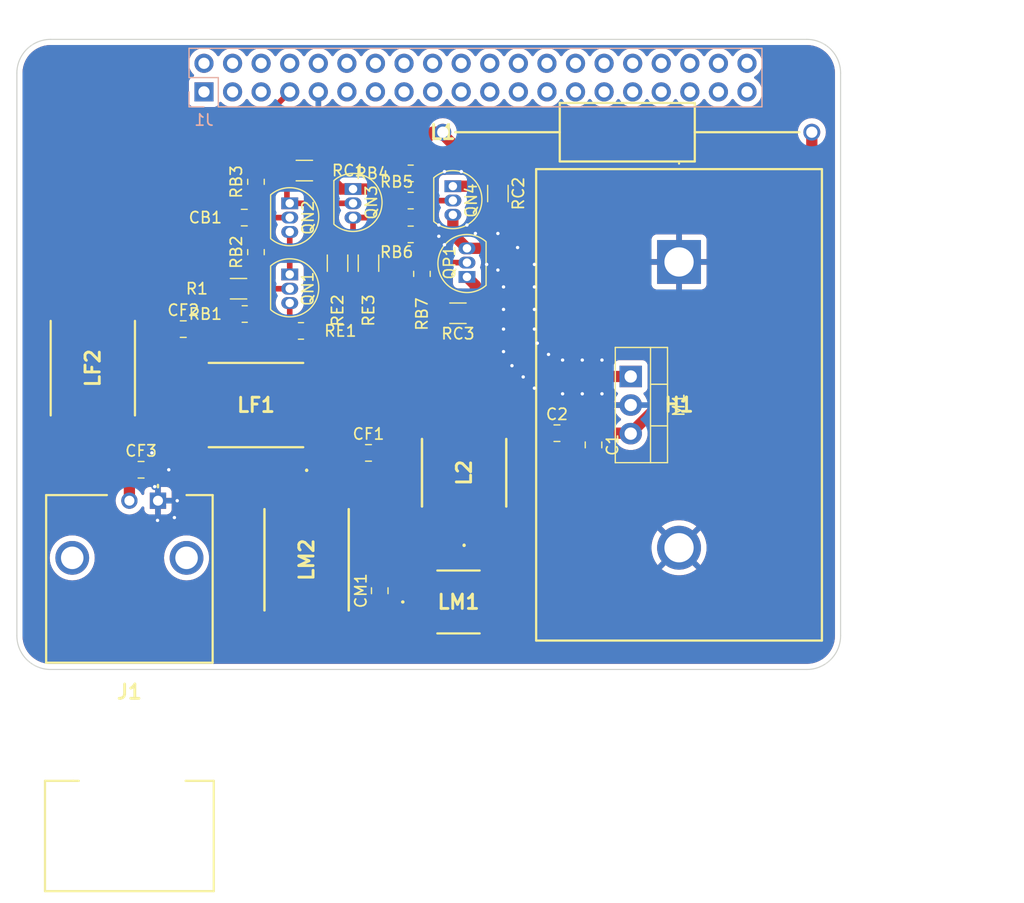
<source format=kicad_pcb>
(kicad_pcb (version 20240108) (generator "pcbnew") (generator_version "8.0")
  (layers (0 "F.Cu" signal) (31 "B.Cu" signal) (34 "B.Paste" user) (35 "F.Paste" user) (36 "B.SilkS" user "B.Silkscreen") (37 "F.SilkS" user "F.Silkscreen") (38 "B.Mask" user) (39 "F.Mask" user) (44 "Edge.Cuts" user))
  (net 0 "")
  (net 1 "0")
  (net 2 "Net-(M1-D)")
  (net 3 "Net-(C2-Pad1)")
  (net 4 "Net-(QN2-B)")
  (net 5 "Net-(CF1-Pad1)")
  (net 6 "Net-(CF2-Pad1)")
  (net 7 "/RF_OUT")
  (net 8 "Net-(CM1-Pad1)")
  (net 9 "/VCC")
  (net 10 "Net-(L2-Pad1)")
  (net 11 "Net-(M1-G)")
  (net 12 "Net-(QN1-B)")
  (net 13 "Net-(QN1-C)")
  (net 14 "Net-(QN1-E)")
  (net 15 "Net-(QN2-C)")
  (net 16 "Net-(QN3-E)")
  (net 17 "Net-(QN4-B)")
  (net 18 "Net-(QN4-C)")
  (net 19 "Net-(QP1-B)")
  (net 20 "Net-(QP1-C)")
  (net 21 "/RF_IN")
  (footprint "Resistor_SMD:R_1206_3216Metric_Pad1.30x1.75mm_HandSolder" (layer "F.Cu") (at 83.45 84.16 180)
    (property "Reference" "R1" (at 3.7 0 180) (layer "F.SilkS"))
    (property "Value" "330")
    (fp_line (start -0.727064 0.91) (end 0.727064 0.91) (stroke (width 0.12)) (layer "F.SilkS"))
    (fp_line (start -0.727064 -0.91) (end 0.727064 -0.91) (stroke (width 0.12)) (layer "F.SilkS"))
    (pad "1" smd roundrect (at -1.55 0 180) (size 1.3 1.75) (layers "F.Cu" "F.Paste" "F.Mask") (roundrect_rratio 0.192308) (net 12 "Net-(QN1-B)"))
    (pad "2" smd roundrect (at 1.55 0 180) (size 1.3 1.75) (layers "F.Cu" "F.Paste" "F.Mask") (roundrect_rratio 0.192308) (net 21 "/RF_IN"))
  )
  (footprint "Capacitor_SMD:C_0805_2012Metric_Pad1.18x1.45mm_HandSolder" (layer "F.Cu") (at 74.7875 100.25)
    (property "Reference" "CF3" (at 0 -1.68 360) (layer "F.SilkS"))
    (property "Value" "120p")
    (fp_line (start -0.261252 -0.735) (end 0.261252 -0.735) (stroke (width 0.12)) (layer "F.SilkS"))
    (fp_line (start -0.261252 0.735) (end 0.261252 0.735) (stroke (width 0.12)) (layer "F.SilkS"))
    (pad "1" smd roundrect (at -1.0375 0) (size 1.175 1.45) (layers "F.Cu" "F.Paste" "F.Mask") (roundrect_rratio 0.212766) (net 7 "/RF_OUT"))
    (pad "2" smd roundrect (at 1.0375 0) (size 1.175 1.45) (layers "F.Cu" "F.Paste" "F.Mask") (roundrect_rratio 0.212766) (net 1 "0"))
  )
  (footprint "Capacitor_SMD:C_0805_2012Metric_Pad1.18x1.45mm_HandSolder" (layer "F.Cu") (at 83.9625 77.84 180)
    (property "Reference" "CB1" (at 3.4625 0 0) (layer "F.SilkS"))
    (property "Value" "0.022µ")
    (fp_line (start -0.261252 0.735) (end 0.261252 0.735) (stroke (width 0.12)) (layer "F.SilkS"))
    (fp_line (start -0.261252 -0.735) (end 0.261252 -0.735) (stroke (width 0.12)) (layer "F.SilkS"))
    (pad "1" smd roundrect (at -1.0375 0 180) (size 1.175 1.45) (layers "F.Cu" "F.Paste" "F.Mask") (roundrect_rratio 0.212766) (net 4 "Net-(QN2-B)"))
    (pad "2" smd roundrect (at 1.0375 0 180) (size 1.175 1.45) (layers "F.Cu" "F.Paste" "F.Mask") (roundrect_rratio 0.212766) (net 1 "0"))
  )
  (footprint "Resistor_SMD:R_0805_2012Metric_Pad1.20x1.40mm_HandSolder" (layer "F.Cu") (at 85 80.91 -90)
    (property "Reference" "RB2" (at 0 1.75 -90) (layer "F.SilkS"))
    (property "Value" "3.3k")
    (fp_line (start -0.227064 0.735) (end 0.227064 0.735) (stroke (width 0.12)) (layer "F.SilkS"))
    (fp_line (start -0.227064 -0.735) (end 0.227064 -0.735) (stroke (width 0.12)) (layer "F.SilkS"))
    (pad "1" smd roundrect (at -1 0 270) (size 1.2 1.4) (layers "F.Cu" "F.Paste" "F.Mask") (roundrect_rratio 0.208333) (net 4 "Net-(QN2-B)"))
    (pad "2" smd roundrect (at 1 0 270) (size 1.2 1.4) (layers "F.Cu" "F.Paste" "F.Mask") (roundrect_rratio 0.208333) (net 1 "0"))
  )
  (footprint "Resistor_SMD:R_0805_2012Metric_Pad1.20x1.40mm_HandSolder" (layer "F.Cu") (at 89 87.91)
    (property "Reference" "RE1" (at 3.5 0 0) (layer "F.SilkS"))
    (property "Value" "33")
    (fp_line (start -0.227064 -0.735) (end 0.227064 -0.735) (stroke (width 0.12)) (layer "F.SilkS"))
    (fp_line (start -0.227064 0.735) (end 0.227064 0.735) (stroke (width 0.12)) (layer "F.SilkS"))
    (pad "1" smd roundrect (at -1 0) (size 1.2 1.4) (layers "F.Cu" "F.Paste" "F.Mask") (roundrect_rratio 0.208333) (net 14 "Net-(QN1-E)"))
    (pad "2" smd roundrect (at 1 0) (size 1.2 1.4) (layers "F.Cu" "F.Paste" "F.Mask") (roundrect_rratio 0.208333) (net 1 "0"))
  )
  (footprint "Package_TO_SOT_THT:TO-92L_Inline" (layer "F.Cu") (at 88 76.57 -90)
    (property "Reference" "QN2" (at 1.27 -1.625 90) (layer "F.SilkS"))
    (property "Value" "2N3904")
    (fp_line (start -0.75 1.7) (end 3.1 1.7) (stroke (width 0.12)) (layer "F.SilkS"))
    (fp_arc (start -0.75 1.7) (mid 1.183448 -2.579449) (end 3.138611 1.690122) (stroke (width 0.12)) (layer "F.SilkS"))
    (pad "1" thru_hole rect (at 0 0 270) (size 1.05 1.5) (drill 0.75) (layers "*.Cu" "*.Mask") (net 15 "Net-(QN2-C)"))
    (pad "2" thru_hole oval (at 1.27 0 270) (size 1.05 1.5) (drill 0.75) (layers "*.Cu" "*.Mask") (net 4 "Net-(QN2-B)"))
    (pad "3" thru_hole oval (at 2.54 0 270) (size 1.05 1.5) (drill 0.75) (layers "*.Cu" "*.Mask") (net 13 "Net-(QN1-C)"))
  )
  (footprint "Resistor_SMD:R_1206_3216Metric_Pad1.30x1.75mm_HandSolder" (layer "F.Cu") (at 106.5 75.7 -90)
    (property "Reference" "RC2" (at 0 -1.82 90) (layer "F.SilkS"))
    (property "Value" "50")
    (fp_line (start -0.727064 0.91) (end 0.727064 0.91) (stroke (width 0.12)) (layer "F.SilkS"))
    (fp_line (start -0.727064 -0.91) (end 0.727064 -0.91) (stroke (width 0.12)) (layer "F.SilkS"))
    (pad "1" smd roundrect (at -1.55 0 270) (size 1.3 1.75) (layers "F.Cu" "F.Paste" "F.Mask") (roundrect_rratio 0.192308) (net 9 "/VCC"))
    (pad "2" smd roundrect (at 1.55 0 270) (size 1.3 1.75) (layers "F.Cu" "F.Paste" "F.Mask") (roundrect_rratio 0.192308) (net 18 "Net-(QN4-C)"))
  )
  (footprint "Package_TO_SOT_THT:TO-220-3_Vertical" (layer "F.Cu") (at 118.305 91.96 -90)
    (property "Reference" "M1" (at 2.54 -4.27 90) (layer "F.SilkS"))
    (property "Value" "RD16HHF1")
    (fp_line (start -2.58 1.371) (end 7.66 1.371) (stroke (width 0.12)) (layer "F.SilkS"))
    (fp_line (start -2.58 -1.76) (end 7.66 -1.76) (stroke (width 0.12)) (layer "F.SilkS"))
    (fp_line (start -2.58 -3.27) (end -2.58 1.371) (stroke (width 0.12)) (layer "F.SilkS"))
    (fp_line (start -2.58 -3.27) (end 7.66 -3.27) (stroke (width 0.12)) (layer "F.SilkS"))
    (fp_line (start 0.69 -3.27) (end 0.69 -1.76) (stroke (width 0.12)) (layer "F.SilkS"))
    (fp_line (start 4.391 -3.27) (end 4.391 -1.76) (stroke (width 0.12)) (layer "F.SilkS"))
    (fp_line (start 7.66 -3.27) (end 7.66 1.371) (stroke (width 0.12)) (layer "F.SilkS"))
    (pad "1" thru_hole rect (at 0 0 270) (size 1.905 2) (drill 1.1) (layers "*.Cu" "*.Mask") (net 11 "Net-(M1-G)"))
    (pad "2" thru_hole oval (at 2.54 0 270) (size 1.905 2) (drill 1.1) (layers "*.Cu" "*.Mask") (net 1 "0"))
    (pad "3" thru_hole oval (at 5.08 0 270) (size 1.905 2) (drill 1.1) (layers "*.Cu" "*.Mask") (net 2 "Net-(M1-D)"))
  )
  (footprint "Resistor_SMD:R_0805_2012Metric_Pad1.20x1.40mm_HandSolder" (layer "F.Cu") (at 98.75 73.91)
    (property "Reference" "RB4" (at -3.43 0 0) (layer "F.SilkS"))
    (property "Value" "4.7k")
    (fp_line (start -0.227064 -0.735) (end 0.227064 -0.735) (stroke (width 0.12)) (layer "F.SilkS"))
    (fp_line (start -0.227064 0.735) (end 0.227064 0.735) (stroke (width 0.12)) (layer "F.SilkS"))
    (pad "1" smd roundrect (at -1 0) (size 1.2 1.4) (layers "F.Cu" "F.Paste" "F.Mask") (roundrect_rratio 0.208333) (net 9 "/VCC"))
    (pad "2" smd roundrect (at 1 0) (size 1.2 1.4) (layers "F.Cu" "F.Paste" "F.Mask") (roundrect_rratio 0.208333) (net 17 "Net-(QN4-B)"))
  )
  (footprint "2222SQ:2222SQ181JEC" (layer "F.Cu") (at 103 112)
    (property "Reference" "LM1" (at 0 0 360) (layer "F.SilkS") (effects (font (size 1.27 1.27) (thickness 0.254))))
    (property "Value" "180n" (hide yes))
    (fp_line (start -5 0) (end -5 0) (stroke (width 0.2)) (layer "F.SilkS"))
    (fp_line (start -4.9 0) (end -4.9 0) (stroke (width 0.2)) (layer "F.SilkS"))
    (fp_line (start -1.88 -2.795) (end 1.88 -2.795) (stroke (width 0.2)) (layer "F.SilkS"))
    (fp_line (start -1.88 2.795) (end 1.88 2.795) (stroke (width 0.2)) (layer "F.SilkS"))
    (fp_arc (start -5 0) (mid -4.95 -0.05) (end -4.9 0) (stroke (width 0.2)) (layer "F.SilkS"))
    (fp_arc (start -4.9 0) (mid -4.95 0.05) (end -5 0) (stroke (width 0.2)) (layer "F.SilkS"))
    (pad "1" smd rect (at -3.68 0) (size 2.16 6.73) (layers "F.Cu" "F.Paste" "F.Mask") (net 8 "Net-(CM1-Pad1)"))
    (pad "2" smd rect (at 3.68 0) (size 2.16 6.73) (layers "F.Cu" "F.Paste" "F.Mask") (net 10 "Net-(L2-Pad1)"))
  )
  (footprint "BNC:CONBNC002" (layer "F.Cu") (at 76.29 103 180)
    (property "Reference" "J1" (at 2.54 -16.989 360) (layer "F.SilkS") (effects (font (size 1.27 1.27) (thickness 0.254))))
    (property "Value" "Conn_Coaxial_Small" (hide yes))
    (fp_line (start 10.04 -24.9) (end 7.54 -24.9) (stroke (width 0.2)) (layer "F.SilkS"))
    (fp_line (start 10.04 -34.7) (end 10.04 -24.9) (stroke (width 0.2)) (layer "F.SilkS"))
    (fp_line (start 9.94 0.5) (end 4.54 0.5) (stroke (width 0.2)) (layer "F.SilkS"))
    (fp_line (start 9.94 -14.4) (end 9.94 0.5) (stroke (width 0.2)) (layer "F.SilkS"))
    (fp_line (start 7.54 -24.9) (end 7.04 -24.9) (stroke (width 0.2)) (layer "F.SilkS"))
    (fp_line (start 0 1.4) (end 0 1.2) (stroke (width 0.2)) (layer "F.SilkS"))
    (fp_line (start 0 1.2) (end 0 1.4) (stroke (width 0.2)) (layer "F.SilkS"))
    (fp_line (start -2.46 -24.9) (end -4.96 -24.9) (stroke (width 0.2)) (layer "F.SilkS"))
    (fp_line (start -4.86 0.5) (end -2.54 0.5) (stroke (width 0.2)) (layer "F.SilkS"))
    (fp_line (start -4.86 0.5) (end -4.86 -14.4) (stroke (width 0.2)) (layer "F.SilkS"))
    (fp_line (start -4.86 -14.4) (end 9.94 -14.4) (stroke (width 0.2)) (layer "F.SilkS"))
    (fp_line (start -4.96 -24.9) (end -4.96 -34.7) (stroke (width 0.2)) (layer "F.SilkS"))
    (fp_line (start -4.96 -34.7) (end 10.04 -34.7) (stroke (width 0.2)) (layer "F.SilkS"))
    (pad "1" thru_hole rect (at 0 0 180) (size 1.446 1.446) (drill 0.89) (layers "*.Cu" "*.Mask") (net 1 "0"))
    (pad "2" thru_hole circle (at 2.54 0 180) (size 1.446 1.446) (drill 0.89) (layers "*.Cu" "*.Mask") (net 7 "/RF_OUT"))
    (pad "MH1" thru_hole circle (at -2.54 -5.08 180) (size 3 3) (drill 2) (layers "*.Cu" "*.Mask"))
    (pad "MH2" thru_hole circle (at 7.62 -5.08 180) (size 3 3) (drill 2) (layers "*.Cu" "*.Mask"))
  )
  (footprint "Capacitor_SMD:C_0805_2012Metric_Pad1.18x1.45mm_HandSolder" (layer "F.Cu") (at 115 98.0375 -90)
    (property "Reference" "C1" (at 0 -1.68 90) (layer "F.SilkS"))
    (property "Value" "220p")
    (fp_line (start -0.261252 0.735) (end 0.261252 0.735) (stroke (width 0.12)) (layer "F.SilkS"))
    (fp_line (start -0.261252 -0.735) (end 0.261252 -0.735) (stroke (width 0.12)) (layer "F.SilkS"))
    (pad "1" smd roundrect (at -1.0375 0 270) (size 1.175 1.45) (layers "F.Cu" "F.Paste" "F.Mask") (roundrect_rratio 0.212766) (net 2 "Net-(M1-D)"))
    (pad "2" smd roundrect (at 1.0375 0 270) (size 1.175 1.45) (layers "F.Cu" "F.Paste" "F.Mask") (roundrect_rratio 0.212766) (net 1 "0"))
  )
  (footprint "Resistor_SMD:R_0805_2012Metric_Pad1.20x1.40mm_HandSolder" (layer "F.Cu") (at 85 74.66 -90)
    (property "Reference" "RB3" (at 0 1.75 -90) (layer "F.SilkS"))
    (property "Value" "10k")
    (fp_line (start -0.227064 0.735) (end 0.227064 0.735) (stroke (width 0.12)) (layer "F.SilkS"))
    (fp_line (start -0.227064 -0.735) (end 0.227064 -0.735) (stroke (width 0.12)) (layer "F.SilkS"))
    (pad "1" smd roundrect (at -1 0 270) (size 1.2 1.4) (layers "F.Cu" "F.Paste" "F.Mask") (roundrect_rratio 0.208333) (net 9 "/VCC"))
    (pad "2" smd roundrect (at 1 0 270) (size 1.2 1.4) (layers "F.Cu" "F.Paste" "F.Mask") (roundrect_rratio 0.208333) (net 4 "Net-(QN2-B)"))
  )
  (footprint "Resistor_SMD:R_0805_2012Metric_Pad1.20x1.40mm_HandSolder" (layer "F.Cu") (at 98.75 79.33)
    (property "Reference" "RB6" (at -1.25 1.58 180) (layer "F.SilkS"))
    (property "Value" "100")
    (fp_line (start -0.227064 -0.735) (end 0.227064 -0.735) (stroke (width 0.12)) (layer "F.SilkS"))
    (fp_line (start -0.227064 0.735) (end 0.227064 0.735) (stroke (width 0.12)) (layer "F.SilkS"))
    (pad "1" smd roundrect (at -1 0) (size 1.2 1.4) (layers "F.Cu" "F.Paste" "F.Mask") (roundrect_rratio 0.208333) (net 16 "Net-(QN3-E)"))
    (pad "2" smd roundrect (at 1 0) (size 1.2 1.4) (layers "F.Cu" "F.Paste" "F.Mask") (roundrect_rratio 0.208333) (net 19 "Net-(QP1-B)"))
  )
  (footprint "2929SQ-391GEC:2929SQ391GEC" (layer "F.Cu") (at 85 94.5)
    (property "Reference" "LF1" (at 0 0 360) (layer "F.SilkS") (effects (font (size 1.27 1.27) (thickness 0.254))))
    (property "Value" "390n" (hide yes))
    (fp_line (start -4.2 -3.745) (end 4.2 -3.745) (stroke (width 0.2)) (layer "F.SilkS"))
    (fp_line (start 4.2 3.745) (end -4.2 3.745) (stroke (width 0.2)) (layer "F.SilkS"))
    (pad "1" smd rect (at -5.78 0) (size 2.29 8.26) (layers "F.Cu" "F.Paste" "F.Mask") (net 6 "Net-(CF2-Pad1)"))
    (pad "2" smd rect (at 5.78 0) (size 2.29 8.26) (layers "F.Cu" "F.Paste" "F.Mask") (net 5 "Net-(CF1-Pad1)"))
  )
  (footprint "B82144A2103K:INDAD3280W80L1200D520" (layer "F.Cu") (at 101.6 70.25)
    (property "Reference" "L1" (at 0 0 0) (layer "F.SilkS") (effects (font (size 1.27 1.27) (thickness 0.254))))
    (property "Value" "10µ" (hide yes))
    (fp_line (start 1.1 0) (end 10.4 0) (stroke (width 0.2)) (layer "F.SilkS"))
    (fp_line (start 10.4 -2.6) (end 22.4 -2.6) (stroke (width 0.2)) (layer "F.SilkS"))
    (fp_line (start 10.4 2.6) (end 10.4 -2.6) (stroke (width 0.2)) (layer "F.SilkS"))
    (fp_line (start 22.4 -2.6) (end 22.4 2.6) (stroke (width 0.2)) (layer "F.SilkS"))
    (fp_line (start 22.4 0) (end 31.7 0) (stroke (width 0.2)) (layer "F.SilkS"))
    (fp_line (start 22.4 2.6) (end 10.4 2.6) (stroke (width 0.2)) (layer "F.SilkS"))
    (pad "1" thru_hole circle (at 0 0) (size 1.5 1.5) (drill 1) (layers "*.Cu" "*.Mask") (net 9 "/VCC"))
    (pad "2" thru_hole circle (at 32.8 0) (size 1.5 1.5) (drill 1) (layers "*.Cu" "*.Mask") (net 2 "Net-(M1-D)"))
  )
  (footprint "Capacitor_SMD:C_0805_2012Metric_Pad1.18x1.45mm_HandSolder" (layer "F.Cu") (at 111.75 97)
    (property "Reference" "C2" (at 0 -1.68 0) (layer "F.SilkS"))
    (property "Value" "110p")
    (fp_line (start -0.261252 -0.735) (end 0.261252 -0.735) (stroke (width 0.12)) (layer "F.SilkS"))
    (fp_line (start -0.261252 0.735) (end 0.261252 0.735) (stroke (width 0.12)) (layer "F.SilkS"))
    (pad "1" smd roundrect (at -1.0375 0) (size 1.175 1.45) (layers "F.Cu" "F.Paste" "F.Mask") (roundrect_rratio 0.212766) (net 3 "Net-(C2-Pad1)"))
    (pad "2" smd roundrect (at 1.0375 0) (size 1.175 1.45) (layers "F.Cu" "F.Paste" "F.Mask") (roundrect_rratio 0.212766) (net 2 "Net-(M1-D)"))
  )
  (footprint "Resistor_SMD:R_1206_3216Metric_Pad1.30x1.75mm_HandSolder" (layer "F.Cu") (at 102.95 86.34 180)
    (property "Reference" "RC3" (at 0 -1.82 0) (layer "F.SilkS"))
    (property "Value" "50")
    (fp_line (start -0.727064 0.91) (end 0.727064 0.91) (stroke (width 0.12)) (layer "F.SilkS"))
    (fp_line (start -0.727064 -0.91) (end 0.727064 -0.91) (stroke (width 0.12)) (layer "F.SilkS"))
    (pad "1" smd roundrect (at -1.55 0 180) (size 1.3 1.75) (layers "F.Cu" "F.Paste" "F.Mask") (roundrect_rratio 0.192308) (net 20 "Net-(QP1-C)"))
    (pad "2" smd roundrect (at 1.55 0 180) (size 1.3 1.75) (layers "F.Cu" "F.Paste" "F.Mask") (roundrect_rratio 0.192308) (net 1 "0"))
  )
  (footprint "2929SQ-391GEC:2929SQ391GEC" (layer "F.Cu") (at 70.5 91.22 90)
    (property "Reference" "LF2" (at 0 0 90) (layer "F.SilkS") (effects (font (size 1.27 1.27) (thickness 0.254))))
    (property "Value" "390n" (hide yes))
    (fp_line (start -4.2 -3.745) (end 4.2 -3.745) (stroke (width 0.2)) (layer "F.SilkS"))
    (fp_line (start 4.2 3.745) (end -4.2 3.745) (stroke (width 0.2)) (layer "F.SilkS"))
    (pad "1" smd rect (at -5.78 0 90) (size 2.29 8.26) (layers "F.Cu" "F.Paste" "F.Mask") (net 7 "/RF_OUT"))
    (pad "2" smd rect (at 5.78 0 90) (size 2.29 8.26) (layers "F.Cu" "F.Paste" "F.Mask") (net 6 "Net-(CF2-Pad1)"))
  )
  (footprint "Resistor_SMD:R_1206_3216Metric_Pad1.30x1.75mm_HandSolder" (layer "F.Cu") (at 95 81.89 -90)
    (property "Reference" "RE3" (at 4.2 0 90) (layer "F.SilkS"))
    (property "Value" "330")
    (fp_line (start -0.727064 0.91) (end 0.727064 0.91) (stroke (width 0.12)) (layer "F.SilkS"))
    (fp_line (start -0.727064 -0.91) (end 0.727064 -0.91) (stroke (width 0.12)) (layer "F.SilkS"))
    (pad "1" smd roundrect (at -1.55 0 270) (size 1.3 1.75) (layers "F.Cu" "F.Paste" "F.Mask") (roundrect_rratio 0.192308) (net 16 "Net-(QN3-E)"))
    (pad "2" smd roundrect (at 1.55 0 270) (size 1.3 1.75) (layers "F.Cu" "F.Paste" "F.Mask") (roundrect_rratio 0.192308) (net 1 "0"))
  )
  (footprint "Package_TO_SOT_THT:TO-92L_Inline" (layer "F.Cu") (at 88 82.89 -90)
    (property "Reference" "QN1" (at 1.27 -1.6 90) (layer "F.SilkS"))
    (property "Value" "2N3904")
    (fp_line (start -0.75 1.7) (end 3.1 1.7) (stroke (width 0.12)) (layer "F.SilkS"))
    (fp_arc (start -0.75 1.7) (mid 1.183448 -2.579449) (end 3.138611 1.690122) (stroke (width 0.12)) (layer "F.SilkS"))
    (pad "1" thru_hole rect (at 0 0 270) (size 1.05 1.5) (drill 0.75) (layers "*.Cu" "*.Mask") (net 13 "Net-(QN1-C)"))
    (pad "2" thru_hole oval (at 1.27 0 270) (size 1.05 1.5) (drill 0.75) (layers "*.Cu" "*.Mask") (net 12 "Net-(QN1-B)"))
    (pad "3" thru_hole oval (at 2.54 0 270) (size 1.05 1.5) (drill 0.75) (layers "*.Cu" "*.Mask") (net 14 "Net-(QN1-E)"))
  )
  (footprint "Resistor_SMD:R_1206_3216Metric_Pad1.30x1.75mm_HandSolder" (layer "F.Cu") (at 89.3 73.66 180)
    (property "Reference" "RC1" (at -3.93 0 360) (layer "F.SilkS"))
    (property "Value" "330")
    (fp_line (start -0.727064 0.91) (end 0.727064 0.91) (stroke (width 0.12)) (layer "F.SilkS"))
    (fp_line (start -0.727064 -0.91) (end 0.727064 -0.91) (stroke (width 0.12)) (layer "F.SilkS"))
    (pad "1" smd roundrect (at -1.55 0 180) (size 1.3 1.75) (layers "F.Cu" "F.Paste" "F.Mask") (roundrect_rratio 0.192308) (net 9 "/VCC"))
    (pad "2" smd roundrect (at 1.55 0 180) (size 1.3 1.75) (layers "F.Cu" "F.Paste" "F.Mask") (roundrect_rratio 0.192308) (net 15 "Net-(QN2-C)"))
  )
  (footprint "Resistor_SMD:R_0805_2012Metric_Pad1.20x1.40mm_HandSolder" (layer "F.Cu") (at 98.75 76.33 180)
    (property "Reference" "RB5" (at 1.25 1.67 180) (layer "F.SilkS"))
    (property "Value" "100")
    (fp_line (start -0.227064 0.735) (end 0.227064 0.735) (stroke (width 0.12)) (layer "F.SilkS"))
    (fp_line (start -0.227064 -0.735) (end 0.227064 -0.735) (stroke (width 0.12)) (layer "F.SilkS"))
    (pad "1" smd roundrect (at -1 0 180) (size 1.2 1.4) (layers "F.Cu" "F.Paste" "F.Mask") (roundrect_rratio 0.208333) (net 17 "Net-(QN4-B)"))
    (pad "2" smd roundrect (at 1 0 180) (size 1.2 1.4) (layers "F.Cu" "F.Paste" "F.Mask") (roundrect_rratio 0.208333) (net 16 "Net-(QN3-E)"))
  )
  (footprint "Package_TO_SOT_THT:TO-92L_Inline" (layer "F.Cu") (at 102.5 75.05 -90)
    (property "Reference" "QN4" (at 1.27 -1.625 90) (layer "F.SilkS"))
    (property "Value" "2N3904")
    (fp_line (start -0.75 1.7) (end 3.1 1.7) (stroke (width 0.12)) (layer "F.SilkS"))
    (fp_arc (start -0.75 1.7) (mid 1.183448 -2.579449) (end 3.138611 1.690122) (stroke (width 0.12)) (layer "F.SilkS"))
    (pad "1" thru_hole rect (at 0 0 270) (size 1.05 1.5) (drill 0.75) (layers "*.Cu" "*.Mask") (net 18 "Net-(QN4-C)"))
    (pad "2" thru_hole oval (at 1.27 0 270) (size 1.05 1.5) (drill 0.75) (layers "*.Cu" "*.Mask") (net 17 "Net-(QN4-B)"))
    (pad "3" thru_hole oval (at 2.54 0 270) (size 1.05 1.5) (drill 0.75) (layers "*.Cu" "*.Mask") (net 11 "Net-(M1-G)"))
  )
  (footprint "Resistor_SMD:R_1206_3216Metric_Pad1.30x1.75mm_HandSolder" (layer "F.Cu") (at 92.25 81.89 -90)
    (property "Reference" "RE2" (at 4.2 0 90) (layer "F.SilkS"))
    (property "Value" "330")
    (fp_line (start -0.727064 0.91) (end 0.727064 0.91) (stroke (width 0.12)) (layer "F.SilkS"))
    (fp_line (start -0.727064 -0.91) (end 0.727064 -0.91) (stroke (width 0.12)) (layer "F.SilkS"))
    (pad "1" smd roundrect (at -1.55 0 270) (size 1.3 1.75) (layers "F.Cu" "F.Paste" "F.Mask") (roundrect_rratio 0.192308) (net 16 "Net-(QN3-E)"))
    (pad "2" smd roundrect (at 1.55 0 270) (size 1.3 1.75) (layers "F.Cu" "F.Paste" "F.Mask") (roundrect_rratio 0.192308) (net 1 "0"))
  )
  (footprint "Package_TO_SOT_THT:TO-92L_Inline" (layer "F.Cu") (at 93.625 75.3 -90)
    (property "Reference" "QN3" (at 1.19 -1.625 90) (layer "F.SilkS"))
    (property "Value" "2N3904")
    (fp_line (start -0.75 1.7) (end 3.1 1.7) (stroke (width 0.12)) (layer "F.SilkS"))
    (fp_arc (start -0.75 1.7) (mid 1.183448 -2.579449) (end 3.138611 1.690122) (stroke (width 0.12)) (layer "F.SilkS"))
    (pad "1" thru_hole rect (at 0 0 270) (size 1.05 1.5) (drill 0.75) (layers "*.Cu" "*.Mask") (net 9 "/VCC"))
    (pad "2" thru_hole oval (at 1.27 0 270) (size 1.05 1.5) (drill 0.75) (layers "*.Cu" "*.Mask") (net 15 "Net-(QN2-C)"))
    (pad "3" thru_hole oval (at 2.54 0 270) (size 1.05 1.5) (drill 0.75) (layers "*.Cu" "*.Mask") (net 16 "Net-(QN3-E)"))
  )
  (footprint "Capacitor_SMD:C_0805_2012Metric_Pad1.18x1.45mm_HandSolder" (layer "F.Cu") (at 78.5375 87.75)
    (property "Reference" "CF2" (at 0 -1.68 360) (layer "F.SilkS"))
    (property "Value" "220p")
    (fp_line (start -0.261252 -0.735) (end 0.261252 -0.735) (stroke (width 0.12)) (layer "F.SilkS"))
    (fp_line (start -0.261252 0.735) (end 0.261252 0.735) (stroke (width 0.12)) (layer "F.SilkS"))
    (pad "1" smd roundrect (at -1.0375 0) (size 1.175 1.45) (layers "F.Cu" "F.Paste" "F.Mask") (roundrect_rratio 0.212766) (net 6 "Net-(CF2-Pad1)"))
    (pad "2" smd roundrect (at 1.0375 0) (size 1.175 1.45) (layers "F.Cu" "F.Paste" "F.Mask") (roundrect_rratio 0.212766) (net 1 "0"))
  )
  (footprint "2929SQ-431GEC:2929SQ431GEC" (layer "F.Cu") (at 89.5 108.25 -90)
    (property "Reference" "LM2" (at 0 0 90) (layer "F.SilkS") (effects (font (size 1.27 1.27) (thickness 0.254))))
    (property "Value" "430n" (hide yes))
    (fp_line (start -4.5 3.745) (end -4.5 3.745) (stroke (width 0.2)) (layer "F.SilkS"))
    (fp_line (start -4.5 3.745) (end 4.5 3.745) (stroke (width 0.2)) (layer "F.SilkS"))
    (fp_line (start 4.5 3.745) (end -4.5 3.745) (stroke (width 0.2)) (layer "F.SilkS"))
    (fp_line (start 4.5 3.745) (end 4.5 3.745) (stroke (width 0.2)) (layer "F.SilkS"))
    (fp_line (start -8 0) (end -8 0) (stroke (width 0.2)) (layer "F.SilkS"))
    (fp_line (start -7.9 0) (end -7.9 0) (stroke (width 0.2)) (layer "F.SilkS"))
    (fp_line (start -7.9 0) (end -7.9 0) (stroke (width 0.2)) (layer "F.SilkS"))
    (fp_line (start -4.5 -3.745) (end -4.5 -3.745) (stroke (width 0.2)) (layer "F.SilkS"))
    (fp_line (start -4.5 -3.745) (end 4.5 -3.745) (stroke (width 0.2)) (layer "F.SilkS"))
    (fp_line (start 4.5 -3.745) (end -4.5 -3.745) (stroke (width 0.2)) (layer "F.SilkS"))
    (fp_line (start 4.5 -3.745) (end 4.5 -3.745) (stroke (width 0.2)) (layer "F.SilkS"))
    (fp_arc (start -8 0) (mid -7.95 -0.05) (end -7.9 0) (stroke (width 0.2)) (layer "F.SilkS"))
    (fp_arc (start -8 0) (mid -7.95 -0.05) (end -7.9 0) (stroke (width 0.2)) (layer "F.SilkS"))
    (fp_arc (start -7.9 0) (mid -7.95 0.05) (end -8 0) (stroke (width 0.2)) (layer "F.SilkS"))
    (pad "1" smd rect (at -6.225 0 270) (size 2.29 8.26) (layers "F.Cu" "F.Paste" "F.Mask") (net 5 "Net-(CF1-Pad1)"))
    (pad "2" smd rect (at 6.225 0 270) (size 2.29 8.26) (layers "F.Cu" "F.Paste" "F.Mask") (net 8 "Net-(CM1-Pad1)"))
  )
  (footprint "Resistor_SMD:R_0805_2012Metric_Pad1.20x1.40mm_HandSolder" (layer "F.Cu") (at 84 86.41 180)
    (property "Reference" "RB1" (at 3.5 0 360) (layer "F.SilkS"))
    (property "Value" "1k")
    (fp_line (start -0.227064 0.735) (end 0.227064 0.735) (stroke (width 0.12)) (layer "F.SilkS"))
    (fp_line (start -0.227064 -0.735) (end 0.227064 -0.735) (stroke (width 0.12)) (layer "F.SilkS"))
    (pad "1" smd roundrect (at -1 0 180) (size 1.2 1.4) (layers "F.Cu" "F.Paste" "F.Mask") (roundrect_rratio 0.208333) (net 12 "Net-(QN1-B)"))
    (pad "2" smd roundrect (at 1 0 180) (size 1.2 1.4) (layers "F.Cu" "F.Paste" "F.Mask") (roundrect_rratio 0.208333) (net 1 "0"))
  )
  (footprint "heatsink:64725ABPE" (layer "F.Cu") (at 122.6 81.78 180)
    (property "Reference" "H1" (at 0 -12.7 0) (layer "F.SilkS") (effects (font (size 1.27 1.27) (thickness 0.254))))
    (property "Value" "647-25ABPE" (hide yes))
    (fp_line (start 12.7 8.25) (end -12.7 8.25) (stroke (width 0.2)) (layer "F.SilkS"))
    (fp_line (start 12.7 -33.65) (end 12.7 8.25) (stroke (width 0.2)) (layer "F.SilkS"))
    (fp_line (start 0 8.8) (end 0 8.8) (stroke (width 0.1)) (layer "F.SilkS"))
    (fp_line (start 0 8.7) (end 0 8.7) (stroke (width 0.1)) (layer "F.SilkS"))
    (fp_line (start -12.7 8.25) (end -12.7 -33.65) (stroke (width 0.2)) (layer "F.SilkS"))
    (fp_line (start -12.7 -33.65) (end 12.7 -33.65) (stroke (width 0.2)) (layer "F.SilkS"))
    (fp_arc (start 0 8.8) (mid -0.05 8.75) (end 0 8.7) (stroke (width 0.1)) (layer "F.SilkS"))
    (fp_arc (start 0 8.7) (mid 0.05 8.75) (end 0 8.8) (stroke (width 0.1)) (layer "F.SilkS"))
    (pad "1" thru_hole rect (at 0 0 180) (size 3.9 3.9) (drill 2.6) (layers "*.Cu" "*.Mask") (net 1 "0"))
    (pad "2" thru_hole circle (at 0 -25.4 180) (size 3.9 3.9) (drill 2.6) (layers "*.Cu" "*.Mask") (net 1 "0"))
  )
  (footprint "Capacitor_SMD:C_0805_2012Metric_Pad1.18x1.45mm_HandSolder" (layer "F.Cu") (at 96 111 90)
    (property "Reference" "CM1" (at 0 -1.68 90) (layer "F.SilkS"))
    (property "Value" "220p")
    (fp_line (start -0.261252 -0.735) (end 0.261252 -0.735) (stroke (width 0.12)) (layer "F.SilkS"))
    (fp_line (start -0.261252 0.735) (end 0.261252 0.735) (stroke (width 0.12)) (layer "F.SilkS"))
    (pad "1" smd roundrect (at -1.0375 0 90) (size 1.175 1.45) (layers "F.Cu" "F.Paste" "F.Mask") (roundrect_rratio 0.212766) (net 8 "Net-(CM1-Pad1)"))
    (pad "2" smd roundrect (at 1.0375 0 90) (size 1.175 1.45) (layers "F.Cu" "F.Paste" "F.Mask") (roundrect_rratio 0.212766) (net 1 "0"))
  )
  (footprint "Package_TO_SOT_THT:TO-92L_Inline" (layer "F.Cu") (at 103.75 83.11 90)
    (property "Reference" "QP1" (at 1.27 -1.55 90) (layer "F.SilkS"))
    (property "Value" "2N3906")
    (fp_line (start -0.75 1.7) (end 3.1 1.7) (stroke (width 0.12)) (layer "F.SilkS"))
    (fp_arc (start -0.75 1.7) (mid 1.183448 -2.579449) (end 3.138611 1.690122) (stroke (width 0.12)) (layer "F.SilkS"))
    (pad "1" thru_hole rect (at 0 0 90) (size 1.05 1.5) (drill 0.75) (layers "*.Cu" "*.Mask") (net 20 "Net-(QP1-C)"))
    (pad "2" thru_hole oval (at 1.27 0 90) (size 1.05 1.5) (drill 0.75) (layers "*.Cu" "*.Mask") (net 19 "Net-(QP1-B)"))
    (pad "3" thru_hole oval (at 2.54 0 90) (size 1.05 1.5) (drill 0.75) (layers "*.Cu" "*.Mask") (net 11 "Net-(M1-G)"))
  )
  (footprint "Capacitor_SMD:C_0805_2012Metric_Pad1.18x1.45mm_HandSolder" (layer "F.Cu") (at 95 98.75)
    (property "Reference" "CF1" (at 0 -1.68 360) (layer "F.SilkS"))
    (property "Value" "120p")
    (fp_line (start -0.261252 -0.735) (end 0.261252 -0.735) (stroke (width 0.12)) (layer "F.SilkS"))
    (fp_line (start -0.261252 0.735) (end 0.261252 0.735) (stroke (width 0.12)) (layer "F.SilkS"))
    (pad "1" smd roundrect (at -1.0375 0) (size 1.175 1.45) (layers "F.Cu" "F.Paste" "F.Mask") (roundrect_rratio 0.212766) (net 5 "Net-(CF1-Pad1)"))
    (pad "2" smd roundrect (at 1.0375 0) (size 1.175 1.45) (layers "F.Cu" "F.Paste" "F.Mask") (roundrect_rratio 0.212766) (net 1 "0"))
  )
  (footprint "Resistor_SMD:R_0805_2012Metric_Pad1.20x1.40mm_HandSolder" (layer "F.Cu") (at 99.75 82.84 -90)
    (property "Reference" "RB7" (at 3.57 0 -90) (layer "F.SilkS"))
    (property "Value" "4.7k")
    (fp_line (start -0.227064 0.735) (end 0.227064 0.735) (stroke (width 0.12)) (layer "F.SilkS"))
    (fp_line (start -0.227064 -0.735) (end 0.227064 -0.735) (stroke (width 0.12)) (layer "F.SilkS"))
    (pad "1" smd roundrect (at -1 0 270) (size 1.2 1.4) (layers "F.Cu" "F.Paste" "F.Mask") (roundrect_rratio 0.208333) (net 19 "Net-(QP1-B)"))
    (pad "2" smd roundrect (at 1 0 270) (size 1.2 1.4) (layers "F.Cu" "F.Paste" "F.Mask") (roundrect_rratio 0.208333) (net 1 "0"))
  )
  (footprint "2929SQ-331GEC:2929SQ331GEC" (layer "F.Cu") (at 103.5 100.515 90)
    (property "Reference" "L2" (at 0 0 90) (layer "F.SilkS") (effects (font (size 1.27 1.27) (thickness 0.254))))
    (property "Value" "330n" (hide yes))
    (fp_line (start 3 -3.745) (end 3 -3.745) (stroke (width 0.2)) (layer "F.SilkS"))
    (fp_line (start 3 -3.745) (end -3 -3.745) (stroke (width 0.2)) (layer "F.SilkS"))
    (fp_line (start -3 -3.745) (end 3 -3.745) (stroke (width 0.2)) (layer "F.SilkS"))
    (fp_line (start -3 -3.745) (end -3 -3.745) (stroke (width 0.2)) (layer "F.SilkS"))
    (fp_line (start -6.4 0) (end -6.4 0) (stroke (width 0.2)) (layer "F.SilkS"))
    (fp_line (start -6.4 0) (end -6.4 0) (stroke (width 0.2)) (layer "F.SilkS"))
    (fp_line (start -6.5 0) (end -6.5 0) (stroke (width 0.2)) (layer "F.SilkS"))
    (fp_line (start 3 3.745) (end 3 3.745) (stroke (width 0.2)) (layer "F.SilkS"))
    (fp_line (start 3 3.745) (end -3 3.745) (stroke (width 0.2)) (layer "F.SilkS"))
    (fp_line (start -3 3.745) (end 3 3.745) (stroke (width 0.2)) (layer "F.SilkS"))
    (fp_line (start -3 3.745) (end -3 3.745) (stroke (width 0.2)) (layer "F.SilkS"))
    (fp_arc (start -6.4 0) (mid -6.45 0.05) (end -6.5 0) (stroke (width 0.2)) (layer "F.SilkS"))
    (fp_arc (start -6.5 0) (mid -6.45 -0.05) (end -6.4 0) (stroke (width 0.2)) (layer "F.SilkS"))
    (fp_arc (start -6.5 0) (mid -6.45 -0.05) (end -6.4 0) (stroke (width 0.2)) (layer "F.SilkS"))
    (pad "1" smd rect (at -4.765 0 90) (size 2.29 8.26) (layers "F.Cu" "F.Paste" "F.Mask") (net 10 "Net-(L2-Pad1)"))
    (pad "2" smd rect (at 4.765 0 90) (size 2.29 8.26) (layers "F.Cu" "F.Paste" "F.Mask") (net 3 "Net-(C2-Pad1)"))
  )
  (footprint "Connector_PinSocket_2.54mm:PinSocket_2x20_P2.54mm_Vertical" (layer "B.Cu") (at 80.38 66.666 -90)
    (property "Reference" "J1" (at 2.5 0 360) (layer "B.SilkS") (effects (justify mirror)))
    (property "Value" "GPIO")
    (fp_line (start -3.87 1.33) (end -1.27 1.33) (stroke (width 0.12)) (layer "B.SilkS"))
    (fp_line (start -3.87 1.33) (end -3.87 -49.59) (stroke (width 0.12)) (layer "B.SilkS"))
    (fp_line (start -1.27 1.33) (end -1.27 -1.27) (stroke (width 0.12)) (layer "B.SilkS"))
    (fp_line (start 0 1.33) (end 1.33 1.33) (stroke (width 0.12)) (layer "B.SilkS"))
    (fp_line (start 1.33 1.33) (end 1.33 0) (stroke (width 0.12)) (layer "B.SilkS"))
    (fp_line (start -1.27 -1.27) (end 1.33 -1.27) (stroke (width 0.12)) (layer "B.SilkS"))
    (fp_line (start 1.33 -1.27) (end 1.33 -49.59) (stroke (width 0.12)) (layer "B.SilkS"))
    (fp_line (start -3.87 -49.59) (end 1.33 -49.59) (stroke (width 0.12)) (layer "B.SilkS"))
    (pad "1" thru_hole rect (at 0 0 270) (size 1.7 1.7) (drill 1) (layers "*.Cu" "*.Mask"))
    (pad "2" thru_hole oval (at -2.54 0 270) (size 1.7 1.7) (drill 1) (layers "*.Cu" "*.Mask"))
    (pad "3" thru_hole oval (at 0 -2.54 270) (size 1.7 1.7) (drill 1) (layers "*.Cu" "*.Mask"))
    (pad "4" thru_hole oval (at -2.54 -2.54 270) (size 1.7 1.7) (drill 1) (layers "*.Cu" "*.Mask"))
    (pad "5" thru_hole oval (at 0 -5.08 270) (size 1.7 1.7) (drill 1) (layers "*.Cu" "*.Mask"))
    (pad "6" thru_hole oval (at -2.54 -5.08 270) (size 1.7 1.7) (drill 1) (layers "*.Cu" "*.Mask"))
    (pad "7" thru_hole oval (at 0 -7.62 270) (size 1.7 1.7) (drill 1) (layers "*.Cu" "*.Mask") (net 21 "/RF_IN"))
    (pad "8" thru_hole oval (at -2.54 -7.62 270) (size 1.7 1.7) (drill 1) (layers "*.Cu" "*.Mask"))
    (pad "9" thru_hole oval (at 0 -10.16 270) (size 1.7 1.7) (drill 1) (layers "*.Cu" "*.Mask") (net 1 "0"))
    (pad "10" thru_hole oval (at -2.54 -10.16 270) (size 1.7 1.7) (drill 1) (layers "*.Cu" "*.Mask"))
    (pad "11" thru_hole oval (at 0 -12.7 270) (size 1.7 1.7) (drill 1) (layers "*.Cu" "*.Mask"))
    (pad "12" thru_hole oval (at -2.54 -12.7 270) (size 1.7 1.7) (drill 1) (layers "*.Cu" "*.Mask"))
    (pad "13" thru_hole oval (at 0 -15.24 270) (size 1.7 1.7) (drill 1) (layers "*.Cu" "*.Mask"))
    (pad "14" thru_hole oval (at -2.54 -15.24 270) (size 1.7 1.7) (drill 1) (layers "*.Cu" "*.Mask"))
    (pad "15" thru_hole oval (at 0 -17.78 270) (size 1.7 1.7) (drill 1) (layers "*.Cu" "*.Mask"))
    (pad "16" thru_hole oval (at -2.54 -17.78 270) (size 1.7 1.7) (drill 1) (layers "*.Cu" "*.Mask"))
    (pad "17" thru_hole oval (at 0 -20.32 270) (size 1.7 1.7) (drill 1) (layers "*.Cu" "*.Mask"))
    (pad "18" thru_hole oval (at -2.54 -20.32 270) (size 1.7 1.7) (drill 1) (layers "*.Cu" "*.Mask"))
    (pad "19" thru_hole oval (at 0 -22.86 270) (size 1.7 1.7) (drill 1) (layers "*.Cu" "*.Mask"))
    (pad "20" thru_hole oval (at -2.54 -22.86 270) (size 1.7 1.7) (drill 1) (layers "*.Cu" "*.Mask"))
    (pad "21" thru_hole oval (at 0 -25.4 270) (size 1.7 1.7) (drill 1) (layers "*.Cu" "*.Mask"))
    (pad "22" thru_hole oval (at -2.54 -25.4 270) (size 1.7 1.7) (drill 1) (layers "*.Cu" "*.Mask"))
    (pad "23" thru_hole oval (at 0 -27.94 270) (size 1.7 1.7) (drill 1) (layers "*.Cu" "*.Mask"))
    (pad "24" thru_hole oval (at -2.54 -27.94 270) (size 1.7 1.7) (drill 1) (layers "*.Cu" "*.Mask"))
    (pad "25" thru_hole oval (at 0 -30.48 270) (size 1.7 1.7) (drill 1) (layers "*.Cu" "*.Mask"))
    (pad "26" thru_hole oval (at -2.54 -30.48 270) (size 1.7 1.7) (drill 1) (layers "*.Cu" "*.Mask"))
    (pad "27" thru_hole oval (at 0 -33.02 270) (size 1.7 1.7) (drill 1) (layers "*.Cu" "*.Mask"))
    (pad "28" thru_hole oval (at -2.54 -33.02 270) (size 1.7 1.7) (drill 1) (layers "*.Cu" "*.Mask"))
    (pad "29" thru_hole oval (at 0 -35.56 270) (size 1.7 1.7) (drill 1) (layers "*.Cu" "*.Mask"))
    (pad "30" thru_hole oval (at -2.54 -35.56 270) (size 1.7 1.7) (drill 1) (layers "*.Cu" "*.Mask"))
    (pad "31" thru_hole oval (at 0 -38.1 270) (size 1.7 1.7) (drill 1) (layers "*.Cu" "*.Mask"))
    (pad "32" thru_hole oval (at -2.54 -38.1 270) (size 1.7 1.7) (drill 1) (layers "*.Cu" "*.Mask"))
    (pad "33" thru_hole oval (at 0 -40.64 270) (size 1.7 1.7) (drill 1) (layers "*.Cu" "*.Mask"))
    (pad "34" thru_hole oval (at -2.54 -40.64 270) (size 1.7 1.7) (drill 1) (layers "*.Cu" "*.Mask"))
    (pad "35" thru_hole oval (at 0 -43.18 270) (size 1.7 1.7) (drill 1) (layers "*.Cu" "*.Mask"))
    (pad "36" thru_hole oval (at -2.54 -43.18 270) (size 1.7 1.7) (drill 1) (layers "*.Cu" "*.Mask"))
    (pad "37" thru_hole oval (at 0 -45.72 270) (size 1.7 1.7) (drill 1) (layers "*.Cu" "*.Mask"))
    (pad "38" thru_hole oval (at -2.54 -45.72 270) (size 1.7 1.7) (drill 1) (layers "*.Cu" "*.Mask"))
    (pad "39" thru_hole oval (at 0 -48.26 270) (size 1.7 1.7) (drill 1) (layers "*.Cu" "*.Mask"))
    (pad "40" thru_hole oval (at -2.54 -48.26 270) (size 1.7 1.7) (drill 1) (layers "*.Cu" "*.Mask"))
  )
  (gr_arc (start 136.958 115) (mid 136.07932 117.12132) (end 133.958 118) (stroke (width 0.1)) (layer "Edge.Cuts"))
  (gr_line (start 66.75 118) (end 133.958 118) (stroke (width 0.1)) (layer "Edge.Cuts"))
  (gr_arc (start 66.75 118) (mid 64.62868 117.12132) (end 63.75 115) (stroke (width 0.1)) (layer "Edge.Cuts"))
  (gr_line (start 133.958 62) (end 66.75 62) (stroke (width 0.1)) (layer "Edge.Cuts"))
  (gr_arc (start 63.75 65) (mid 64.62868 62.87868) (end 66.75 62) (stroke (width 0.1)) (layer "Edge.Cuts"))
  (gr_line (start 63.75 65) (end 63.75 115) (stroke (width 0.1)) (layer "Edge.Cuts"))
  (gr_arc (start 133.958 62) (mid 136.07932 62.87868) (end 136.958 65) (stroke (width 0.1)) (layer "Edge.Cuts"))
  (gr_line (start 136.958 115) (end 136.958 65) (stroke (width 0.1)) (layer "Edge.Cuts"))
  (gr_text "HEATSINK FOR RD16HHF1\nOTHER PUSH PULL\nPOWER CONNECTORS\nBNC CONNECTORS\nRPI HAT" (at 76.5 82.25 90) (layer "F.Cu") (effects (font (size 1 1) (thickness 0.25) (bold yes)) (justify left bottom)))
  (via (at 112.25 90.5) (size 0.6) (drill 0.3) (layers "F.Cu" "B.Cu") (net 1))
  (via (at 109.75 93) (size 0.6) (drill 0.3) (layers "F.Cu" "B.Cu") (net 1))
  (via (at 109.75 86) (size 0.6) (drill 0.3) (layers "F.Cu" "B.Cu") (net 1))
  (via (at 106.5 79.25) (size 0.6) (drill 0.3) (layers "F.Cu" "B.Cu") (net 1))
  (via (at 108.25 80.5) (size 0.6) (drill 0.3) (layers "F.Cu" "B.Cu") (net 1))
  (via (at 115.75 90.5) (size 0.6) (drill 0.3) (layers "F.Cu" "B.Cu") (net 1))
  (via (at 107 84) (size 0.6) (drill 0.3) (layers "F.Cu" "B.Cu") (net 1))
  (via (at 109.75 82) (size 0.6) (drill 0.3) (layers "F.Cu" "B.Cu") (net 1))
  (via (at 103.75 78.5) (size 0.6) (drill 0.3) (layers "F.Cu" "B.Cu") (net 1))
  (via (at 109.75 84) (size 0.6) (drill 0.3) (layers "F.Cu" "B.Cu") (net 1))
  (via (at 78 103) (size 0.6) (drill 0.3) (layers "F.Cu" "B.Cu") (net 1))
  (via (at 101.25 78.5) (size 0.6) (drill 0.3) (layers "F.Cu" "B.Cu") (net 1))
  (via (at 107 86) (size 0.6) (drill 0.3) (layers "F.Cu" "B.Cu") (net 1))
  (via (at 101.75 80.25) (size 0.6) (drill 0.3) (layers "F.Cu" "B.Cu") (net 1))
  (via (at 110 89) (size 0.6) (drill 0.3) (layers "F.Cu" "B.Cu") (net 1))
  (via (at 77.75 104.5) (size 0.6) (drill 0.3) (layers "F.Cu" "B.Cu") (net 1))
  (via (at 103.25 73.75) (size 0.6) (drill 0.3) (layers "F.Cu" "B.Cu") (net 1))
  (via (at 101.75 73.75) (size 0.6) (drill 0.3) (layers "F.Cu" "B.Cu") (net 1))
  (via (at 109.75 87.75) (size 0.6) (drill 0.3) (layers "F.Cu" "B.Cu") (net 1))
  (via (at 76.25 104.75) (size 0.6) (drill 0.3) (layers "F.Cu" "B.Cu") (net 1))
  (via (at 104.5 79.25) (size 0.6) (drill 0.3) (layers "F.Cu" "B.Cu") (net 1))
  (via (at 101.25 79.5) (size 0.6) (drill 0.3) (layers "F.Cu" "B.Cu") (net 1))
  (via (at 105.5 82) (size 0.6) (drill 0.3) (layers "F.Cu" "B.Cu") (net 1))
  (via (at 77.25 100.25) (size 0.6) (drill 0.3) (layers "F.Cu" "B.Cu") (net 1))
  (via (at 106.5 82.5) (size 0.6) (drill 0.3) (layers "F.Cu" "B.Cu") (net 1))
  (via (at 111 90) (size 0.6) (drill 0.3) (layers "F.Cu" "B.Cu") (net 1))
  (via (at 75.75 98.75) (size 0.6) (drill 0.3) (layers "F.Cu" "B.Cu") (net 1))
  (via (at 114 90.5) (size 0.6) (drill 0.3) (layers "F.Cu" "B.Cu") (net 1))
  (via (at 107 87.75) (size 0.6) (drill 0.3) (layers "F.Cu" "B.Cu") (net 1))
  (via (at 107.75 91) (size 0.6) (drill 0.3) (layers "F.Cu" "B.Cu") (net 1))
  (via (at 107 89.75) (size 0.6) (drill 0.3) (layers "F.Cu" "B.Cu") (net 1))
  (via (at 76 101.75) (size 0.6) (drill 0.3) (layers "F.Cu" "B.Cu") (net 1))
  (via (at 108.75 92) (size 0.6) (drill 0.3) (layers "F.Cu" "B.Cu") (net 1))
  (via (at 115.75 93.5) (size 0.6) (drill 0.3) (layers "F.Cu" "B.Cu") (net 1))
  (via (at 112.25 93.5) (size 0.6) (drill 0.3) (layers "F.Cu" "B.Cu") (net 1))
  (via (at 114 93.5) (size 0.6) (drill 0.3) (layers "F.Cu" "B.Cu") (net 1))
  (segment (start 115 97) (end 118.305 97) (width 1) (layer "F.Cu") (net 2))
  (segment (start 115 97) (end 112.7875 97) (width 1) (layer "F.Cu") (net 2))
  (segment (start 118.305 97) (end 134.4 80.905) (width 1) (layer "F.Cu") (net 2))
  (segment (start 134.4 80.905) (end 134.4 70.25) (width 1) (layer "F.Cu") (net 2))
  (segment (start 109.4625 95.75) (end 110.7125 97) (width 1) (layer "F.Cu") (net 3))
  (segment (start 103.5 95.75) (end 109.4625 95.75) (width 1) (layer "F.Cu") (net 3))
  (segment (start 85 77.84) (end 88 77.84) (width 0.5) (layer "F.Cu") (net 4))
  (segment (start 85 77.84) (end 85 79.91) (width 0.5) (layer "F.Cu") (net 4))
  (segment (start 85 77.84) (end 85 75.66) (width 0.5) (layer "F.Cu") (net 4))
  (segment (start 93.75 98.75) (end 93.75 97.75) (width 1) (layer "F.Cu") (net 5))
  (segment (start 93.75 99.875) (end 93.75 98.75) (width 1) (layer "F.Cu") (net 5))
  (segment (start 93.75 97.75) (end 90.5 94.5) (width 1) (layer "F.Cu") (net 5))
  (segment (start 89.5 102.025) (end 91.6 102.025) (width 1) (layer "F.Cu") (net 5))
  (segment (start 91.6 102.025) (end 93.75 99.875) (width 1) (layer "F.Cu") (net 5))
  (segment (start 70.5 86.72) (end 76.47 86.72) (width 1) (layer "F.Cu") (net 6))
  (segment (start 76.47 86.72) (end 77.5 87.75) (width 1) (layer "F.Cu") (net 6))
  (segment (start 77.97 88.22) (end 77.5 87.75) (width 1) (layer "F.Cu") (net 6))
  (segment (start 77.97 94.5) (end 77.97 88.22) (width 1) (layer "F.Cu") (net 6))
  (segment (start 70.5 97) (end 73.75 100.25) (width 1) (layer "F.Cu") (net 7))
  (segment (start 73.75 100.25) (end 73.75 103) (width 1) (layer "F.Cu") (net 7))
  (segment (start 96 112.0375) (end 91.9125 112.0375) (width 1) (layer "F.Cu") (net 8))
  (segment (start 99.32 112) (end 96.0375 112) (width 1) (layer "F.Cu") (net 8))
  (segment (start 91.9125 112.0375) (end 89.5 114.45) (width 1) (layer "F.Cu") (net 8))
  (segment (start 96.0375 112) (end 96 112.0375) (width 1) (layer "F.Cu") (net 8))
  (segment (start 105.325 74.15) (end 101.6 70.425) (width 1) (layer "F.Cu") (net 9))
  (segment (start 87.25 72.085) (end 86.575 72.085) (width 1) (layer "F.Cu") (net 9))
  (segment (start 100.71 70.25) (end 101.6 70.25) (width 1) (layer "F.Cu") (net 9))
  (segment (start 92.49 75.3) (end 90.85 73.66) (width 1) (layer "F.Cu") (net 9))
  (segment (start 97.75 73.91) (end 97.75 73.21) (width 1) (layer "F.Cu") (net 9))
  (segment (start 96.36 75.3) (end 97.75 73.91) (width 1) (layer "F.Cu") (net 9))
  (segment (start 93.625 75.3) (end 92.49 75.3) (width 1) (layer "F.Cu") (net 9))
  (segment (start 93.625 75.3) (end 96.36 75.3) (width 1) (layer "F.Cu") (net 9))
  (segment (start 88.80043 72.085) (end 87.25 72.085) (width 1) (layer "F.Cu") (net 9))
  (segment (start 97.75 73.21) (end 100.71 70.25) (width 1) (layer "F.Cu") (net 9))
  (segment (start 106.5 74.15) (end 105.325 74.15) (width 1) (layer "F.Cu") (net 9))
  (segment (start 87.25 72.085) (end 89.275 72.085) (width 1) (layer "F.Cu") (net 9))
  (segment (start 86.575 72.085) (end 85 73.66) (width 1) (layer "F.Cu") (net 9))
  (segment (start 89.275 72.085) (end 90.85 73.66) (width 1) (layer "F.Cu") (net 9))
  (segment (start 101.6 70.425) (end 101.6 70.25) (width 1) (layer "F.Cu") (net 9))
  (segment (start 106.68 108.46) (end 103.5 105.28) (width 1) (layer "F.Cu") (net 10))
  (segment (start 106.68 112) (end 106.68 108.46) (width 1) (layer "F.Cu") (net 10))
  (segment (start 102.5 77.59) (end 102.5 79.32) (width 1) (layer "F.Cu") (net 11))
  (segment (start 108.5 89.5) (end 110.96 91.96) (width 1) (layer "F.Cu") (net 11))
  (segment (start 108.5 82.5) (end 108.5 89.5) (width 1) (layer "F.Cu") (net 11))
  (segment (start 106.57 80.57) (end 108.5 82.5) (width 1) (layer "F.Cu") (net 11))
  (segment (start 110.96 91.96) (end 118.305 91.96) (width 1) (layer "F.Cu") (net 11))
  (segment (start 103.75 80.57) (end 106.57 80.57) (width 1) (layer "F.Cu") (net 11))
  (segment (start 102.5 79.32) (end 103.75 80.57) (width 1) (layer "F.Cu") (net 11))
  (segment (start 85 84.16) (end 85 86.41) (width 0.5) (layer "F.Cu") (net 12))
  (segment (start 88 84.16) (end 85 84.16) (width 0.5) (layer "F.Cu") (net 12))
  (segment (start 88 79.11) (end 88 82.89) (width 0.5) (layer "F.Cu") (net 13))
  (segment (start 88 85.43) (end 88 87.91) (width 0.5) (layer "F.Cu") (net 14))
  (segment (start 87.75 73.66) (end 87.75 76.32) (width 0.5) (layer "F.Cu") (net 15))
  (segment (start 88 76.57) (end 93.625 76.57) (width 0.5) (layer "F.Cu") (net 15))
  (segment (start 87.75 76.32) (end 88 76.57) (width 0.5) (layer "F.Cu") (net 15))
  (segment (start 96.26 77.84) (end 97.75 79.33) (width 0.5) (layer "F.Cu") (net 16))
  (segment (start 93.625 77.84) (end 93.625 78.965) (width 0.5) (layer "F.Cu") (net 16))
  (segment (start 96.24 77.84) (end 93.625 77.84) (width 0.5) (layer "F.Cu") (net 16))
  (segment (start 93.625 78.965) (end 95 80.34) (width 0.5) (layer "F.Cu") (net 16))
  (segment (start 93.625 77.84) (end 96.26 77.84) (width 0.5) (layer "F.Cu") (net 16))
  (segment (start 97.75 76.33) (end 96.24 77.84) (width 0.5) (layer "F.Cu") (net 16))
  (segment (start 93.625 78.965) (end 92.25 80.34) (width 0.5) (layer "F.Cu") (net 16))
  (segment (start 102.49 76.33) (end 102.5 76.32) (width 0.5) (layer "F.Cu") (net 17))
  (segment (start 99.75 76.33) (end 102.49 76.33) (width 0.5) (layer "F.Cu") (net 17))
  (segment (start 99.75 73.84) (end 99.75 76.33) (width 0.5) (layer "F.Cu") (net 17))
  (segment (start 104.3 75.05) (end 106.5 77.25) (width 1) (layer "F.Cu") (net 18))
  (segment (start 102.5 75.05) (end 104.3 75.05) (width 1) (layer "F.Cu") (net 18))
  (segment (start 99.75 79.33) (end 99.75 81.91) (width 0.5) (layer "F.Cu") (net 19))
  (segment (start 99.75 81.84) (end 103.75 81.84) (width 0.5) (layer "F.Cu") (net 19))
  (segment (start 104.5 83.86) (end 103.75 83.11) (width 1) (layer "F.Cu") (net 20))
  (segment (start 104.5 86.34) (end 104.5 83.86) (width 1) (layer "F.Cu") (net 20))
  (segment (start 80.75 73.916) (end 88 66.666) (width 0.5) (layer "F.Cu") (net 21))
  (segment (start 81.9 84.16) (end 80.75 83.01) (width 0.5) (layer "F.Cu") (net 21))
  (segment (start 80.75 83.01) (end 80.75 73.916) (width 0.5) (layer "F.Cu") (net 21))
  (zone (net 1) (net_name "0") (layers "F&B.Cu") (connect_pads (clearance 0.5)) (min_thickness 0.25) (fill yes (thermal_gap 0.5) (thermal_bridge_width 0.5))
    (polygon (pts (xy 62.25 58.5) (xy 62.25 124.5) (xy 147 124.5) (xy 147 58.5)))
  )
)
</source>
